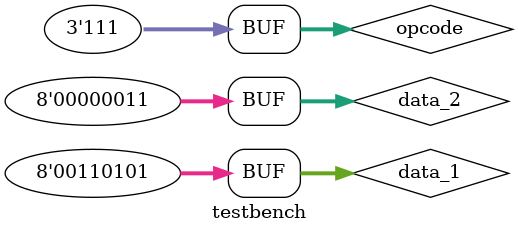
<source format=v>
/*
Author: E/16/200
Name: Lakmali B.L.S
Lab 5
Part 1
This piece of code contains the alu module which is able to do basic commands add,sub,or,and,loadi,mov . Test bench is also implemented to test the code for different inputs
*/


module testbench;
	//As we assign  values to the data_1,data_2,opcode.., they are defined as registers
	reg [7:0] data_1,data_2;//data_1 and data_2 are 8 bit
	reg [2:0] opcode; //opcode is 3 bit
	wire[7:0] out_t; // out_t is the output
	
	alu ALU (data_1,data_2,out_t,opcode);//module is called
	
	//all the initial blocks run parallely
	//this initial block is to display the output in the command lie
	initial
	begin
		// generate files needed to plot the waveform using GTKWave
        $dumpfile("ALU_Wavedata.vcd");
		$dumpvars(0, testbench);
		
		//for display in command line
		$monitor($time,"  Operand 1 :%b   Operand 2 :%b   Opcode:%b   Output:%b",data_1,data_2,opcode,out_t);//output is displayed
		
	end
	
	//this initial block is used to assign values to the inputs
	initial
	begin
		data_1 = 8'b11111101;//operand1
		data_2 = 8'b00000111;//operand2
		//below , these two values are procesed according to different opcodes
		opcode = 3'b000;//mov,loadi
		
		#10
		opcode = 3'b001;//add,sub
		
		#10
		opcode = 3'b010;//bitwise and
		
		#10
		opcode = 3'b011;//bitwise or
		
		#10
		opcode = 3'b100;//resereved opcodes
		
		#10
		data_1 = 8'b00110101;//operand1 is changed
		data_2 = 8'b00000011;//operand2 is changed
		opcode = 3'b000;//mov ,loadi
		
		#10
		opcode = 3'b001;//add,sub
		
		#10
		opcode = 3'b010;//bitwise and
		
		#10
		opcode = 3'b011;//bitwise or
		
		#10
		opcode = 3'b111;//reserved opcode
	end
endmodule


</source>
